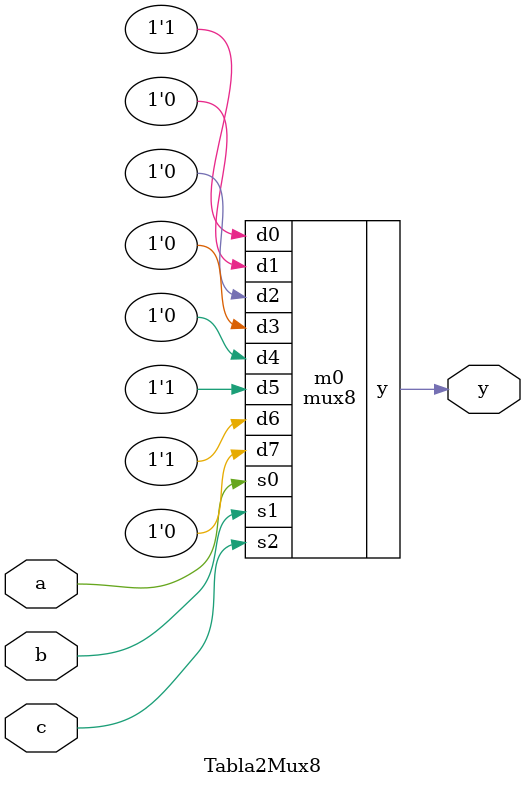
<source format=v>

module mux2(input wire s, d0, d1, output wire y);

  assign y = s ? d0 : d1;

endmodule

module mux4(input wire s0, s1, d0, d1, d2, d3, output wire y);
  wire y1, y2;
  mux2 m0(s0, d0, d1, y1);
  mux2 m1(s0, d2, d3, y2);
  mux2 m2(s1, y1, y2, y);

endmodule

module mux8(input wire s0, s1, s2, d0, d1, d2, d3, d4, d5, d6, d7,
  output wire y);

wire y1, y2;

  mux4 m0(s0, s1, d0, d1, d2, d3, y1);
  mux4 m1(s0, s1, d4, d5, d6, d7, y2);
  mux2 m3(s2, y1, y2, y);

endmodule

module Tabla1Mux2(input wire a, b, c, output wire y);
  wire XORBC, XNORBC;
  assign XORBC = (b & c)|(~b*~c);
  assign XNORBC= ~XORBC;

  mux2 m0(a, XORBC, XNORBC, y);

endmodule

module Tabla1Mux4(input wire  a, b, c, output wire y);
  wire notC;
  assign notC = ~c;

  mux4 m0(a, b, c, notC, notC, c, y);

endmodule

module Tabla1Mux8(input wire  a, b, c, output wire y);

mux8 m0(a, b, c, 1'b0, 1'b1, 1'b1, 1'b0, 1'b1, 1'b0, 1'b0, 1'b1, y);

endmodule


module Tabla2Mux2(input wire a, b, c, output wire y);

  wire NORBC, XORBC;
  assign NORBC = ~(b|c);
  assign XORBC = b & ~c | ~b&c;

  mux2 m0(a, NORBC, XORBC, y);

endmodule


module Tabla2Mux4(input wire  a, b, c, output wire y);
  wire notC;
  assign notC = ~c;

  mux4 m0(a, b, 1'b1, 1'b0, 1'b1, notC, y);

endmodule

module Tabla2Mux8(input wire  a, b, c, output wire y);
mux8 m0(a, b, c, 1'b1, 1'b0, 1'b0, 1'b0, 1'b0, 1'b1, 1'b1, 1'b0, y);
endmodule

</source>
